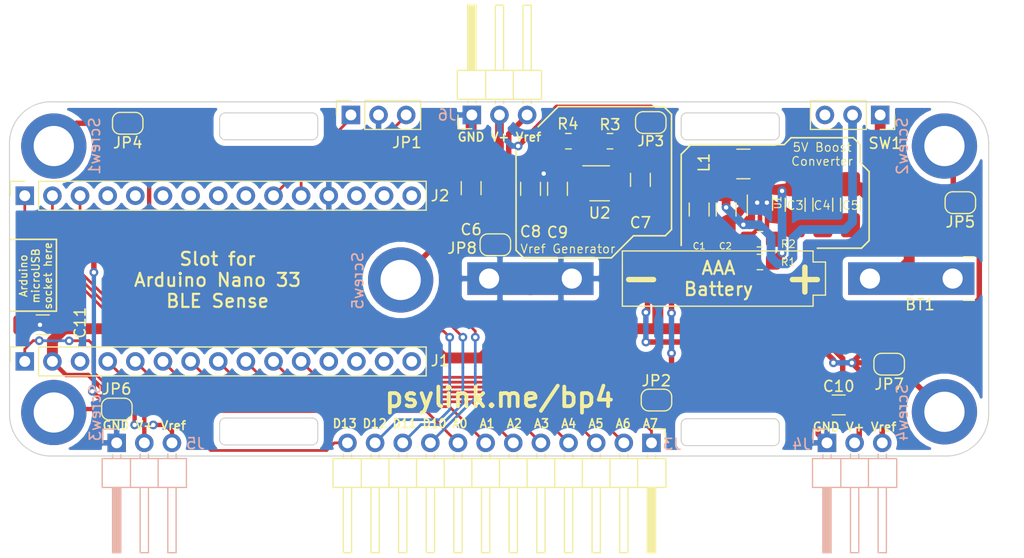
<source format=kicad_pcb>
(kicad_pcb (version 20171130) (host pcbnew 5.1.5+dfsg1-2build2)
  (layers (0 F.Cu signal) (31 B.Cu signal) (34 B.Paste user) (35 F.Paste user) (36 B.SilkS user) (37 F.SilkS user) (38 B.Mask user) (39 F.Mask user) (44 Edge.Cuts user))
  (net 0 "")
  (net 1 /GND)
  (net 2 "Net-(BT1-Pad1)")
  (net 3 /Vbat)
  (net 4 /V+)
  (net 5 /OpAmpV+)
  (net 6 /Vref)
  (net 7 /D13)
  (net 8 /AREF)
  (net 9 /A0)
  (net 10 /A1)
  (net 11 /A2)
  (net 12 /A3)
  (net 13 /A4)
  (net 14 /A5)
  (net 15 /A6)
  (net 16 /A7)
  (net 17 /+5V)
  (net 18 /RST2)
  (net 19 /GND2)
  (net 20 /VIN)
  (net 21 /TX)
  (net 22 /RX)
  (net 23 /RST)
  (net 24 /D2)
  (net 25 /D3)
  (net 26 /D4)
  (net 27 /D5)
  (net 28 /D6)
  (net 29 /D7)
  (net 30 /D8)
  (net 31 /D9)
  (net 32 /D11)
  (net 33 /D12)
  (net 34 /L)
  (net 35 /FB)
  (net 36 /Vdiv)
  (net 37 /D10)
  (net 38 "Net-(JP4-Pad2)")
  (net 39 "Net-(JP5-Pad2)")
  (net 40 "Net-(JP6-Pad2)")
  (net 41 "Net-(JP7-Pad2)")
  (net 42 "Net-(JP8-Pad2)")
  (module PsyLinkFootprints:BatteryHolder_Keystone_82_1xAAA (layer F.Cu) (at 112.069 41.656 180)
    (fp_text reference BT1 (at 3 -2.4 180) (layer F.SilkS))
    (fp_text value 1.2V)
    (pad 2 thru_hole rect (at 35 0 180) (size 6 3) (drill 1.85 (offset 1 0)) (layers *.Cu *.Mask) (net 1 /GND))
    (pad 1 thru_hole rect (at 7.6 0 180) (size 6 3) (drill 1.85 (offset -1 0)) (layers *.Cu *.Mask) (net 2 "Net-(BT1-Pad1)"))
    (pad 2 thru_hole rect (at 42.6 0 180) (size 6 3) (drill 1.85 (offset -1 0)) (layers *.Cu *.Mask) (net 1 /GND))
    (pad 1 thru_hole rect (at 0 0 180) (size 6 3) (drill 1.85 (offset 1 0)) (layers *.Cu *.Mask) (net 2 "Net-(BT1-Pad1)"))
  )
  (module Connector_PinSocket_2.54mm:PinSocket_1x15_P2.54mm_Vertical (layer F.Cu) (at 26.797 49.276 90)
    (fp_text reference J1 (at 0.0635 38.1635 180) (layer F.SilkS))
    (fp_text value "Left Pin Strip")
    (pad 1 thru_hole rect (at 0 0 90) (size 1.7 1.7) (drill 1) (layers *.Cu *.Mask) (net 7 /D13))
    (pad 2 thru_hole oval (at 0 2.54 90) (size 1.7 1.7) (drill 1) (layers *.Cu *.Mask) (net 4 /V+))
    (pad 3 thru_hole oval (at 0 5.08 90) (size 1.7 1.7) (drill 1) (layers *.Cu *.Mask) (net 8 /AREF))
    (pad 4 thru_hole oval (at 0 7.62 90) (size 1.7 1.7) (drill 1) (layers *.Cu *.Mask) (net 9 /A0))
    (pad 5 thru_hole oval (at 0 10.16 90) (size 1.7 1.7) (drill 1) (layers *.Cu *.Mask) (net 10 /A1))
    (pad 6 thru_hole oval (at 0 12.7 90) (size 1.7 1.7) (drill 1) (layers *.Cu *.Mask) (net 11 /A2))
    (pad 7 thru_hole oval (at 0 15.24 90) (size 1.7 1.7) (drill 1) (layers *.Cu *.Mask) (net 12 /A3))
    (pad 8 thru_hole oval (at 0 17.78 90) (size 1.7 1.7) (drill 1) (layers *.Cu *.Mask) (net 13 /A4))
    (pad 9 thru_hole oval (at 0 20.32 90) (size 1.7 1.7) (drill 1) (layers *.Cu *.Mask) (net 14 /A5))
    (pad 10 thru_hole oval (at 0 22.86 90) (size 1.7 1.7) (drill 1) (layers *.Cu *.Mask) (net 15 /A6))
    (pad 11 thru_hole oval (at 0 25.4 90) (size 1.7 1.7) (drill 1) (layers *.Cu *.Mask) (net 16 /A7))
    (pad 12 thru_hole oval (at 0 27.94 90) (size 1.7 1.7) (drill 1) (layers *.Cu *.Mask) (net 17 /+5V))
    (pad 13 thru_hole oval (at 0 30.48 90) (size 1.7 1.7) (drill 1) (layers *.Cu *.Mask) (net 18 /RST2))
    (pad 14 thru_hole oval (at 0 33.02 90) (size 1.7 1.7) (drill 1) (layers *.Cu *.Mask) (net 19 /GND2))
    (pad 15 thru_hole oval (at 0 35.56 90) (size 1.7 1.7) (drill 1) (layers *.Cu *.Mask) (net 20 /VIN))
  )
  (module Connector_PinSocket_2.54mm:PinSocket_1x15_P2.54mm_Vertical (layer F.Cu) (at 26.797 34.036 90)
    (fp_text reference J2 (at 0 38.1635 180) (layer F.SilkS))
    (fp_text value "Right Pin Strip")
    (pad 15 thru_hole oval (at 0 35.56 90) (size 1.7 1.7) (drill 1) (layers *.Cu *.Mask) (net 21 /TX))
    (pad 14 thru_hole oval (at 0 33.02 90) (size 1.7 1.7) (drill 1) (layers *.Cu *.Mask) (net 22 /RX))
    (pad 13 thru_hole oval (at 0 30.48 90) (size 1.7 1.7) (drill 1) (layers *.Cu *.Mask) (net 23 /RST))
    (pad 12 thru_hole oval (at 0 27.94 90) (size 1.7 1.7) (drill 1) (layers *.Cu *.Mask) (net 1 /GND))
    (pad 11 thru_hole oval (at 0 25.4 90) (size 1.7 1.7) (drill 1) (layers *.Cu *.Mask) (net 24 /D2))
    (pad 10 thru_hole oval (at 0 22.86 90) (size 1.7 1.7) (drill 1) (layers *.Cu *.Mask) (net 25 /D3))
    (pad 9 thru_hole oval (at 0 20.32 90) (size 1.7 1.7) (drill 1) (layers *.Cu *.Mask) (net 26 /D4))
    (pad 8 thru_hole oval (at 0 17.78 90) (size 1.7 1.7) (drill 1) (layers *.Cu *.Mask) (net 27 /D5))
    (pad 7 thru_hole oval (at 0 15.24 90) (size 1.7 1.7) (drill 1) (layers *.Cu *.Mask) (net 28 /D6))
    (pad 6 thru_hole oval (at 0 12.7 90) (size 1.7 1.7) (drill 1) (layers *.Cu *.Mask) (net 29 /D7))
    (pad 5 thru_hole oval (at 0 10.16 90) (size 1.7 1.7) (drill 1) (layers *.Cu *.Mask) (net 30 /D8))
    (pad 4 thru_hole oval (at 0 7.62 90) (size 1.7 1.7) (drill 1) (layers *.Cu *.Mask) (net 31 /D9))
    (pad 3 thru_hole oval (at 0 5.08 90) (size 1.7 1.7) (drill 1) (layers *.Cu *.Mask) (net 37 /D10))
    (pad 2 thru_hole oval (at 0 2.54 90) (size 1.7 1.7) (drill 1) (layers *.Cu *.Mask) (net 32 /D11))
    (pad 1 thru_hole rect (at 0 0 90) (size 1.7 1.7) (drill 1) (layers *.Cu *.Mask) (net 33 /D12))
  )
  (module Connector_PinSocket_2.54mm:PinSocket_1x03_P2.54mm_Vertical (layer F.Cu) (at 56.769 26.6065 90)
    (fp_text reference JP1 (at -2.54 5.1435 180) (layer F.SilkS))
    (fp_text value "Configuration Jumper")
    (pad 3 thru_hole oval (at 0 5.08 90) (size 1.7 1.7) (drill 1) (layers *.Cu *.Mask) (net 24 /D2))
    (pad 2 thru_hole oval (at 0 2.54 90) (size 1.7 1.7) (drill 1) (layers *.Cu *.Mask) (net 1 /GND))
    (pad 1 thru_hole rect (at 0 0 90) (size 1.7 1.7) (drill 1) (layers *.Cu *.Mask) (net 25 /D3))
  )
  (module Jumper:SolderJumper-2_P1.3mm_Open_RoundedPad1.0x1.5mm (layer F.Cu) (at 84.851 52.832 180)
    (fp_text reference JP2 (at 0.015 1.778) (layer F.SilkS))
    (fp_text value "Solder Jumper")
    (pad 1 smd custom (at -0.65 0 180) (size 1 0.5) (layers F.Cu F.Mask) (net 3 /Vbat) (options (clearance outline) (anchor rect)) (primitives (gr_circle (center 0 0.25) (end 0.5 0.25) (width 0)) (gr_circle (center 0 -0.25) (end 0.5 -0.25) (width 0)) (gr_poly (pts (xy 0 -0.75) (xy 0.5 -0.75) (xy 0.5 0.75) (xy 0 0.75)) (width 0))))
    (pad 2 smd custom (at 0.65 0 180) (size 1 0.5) (layers F.Cu F.Mask) (net 16 /A7) (options (clearance outline) (anchor rect)) (primitives (gr_circle (center 0 0.25) (end 0.5 0.25) (width 0)) (gr_circle (center 0 -0.25) (end 0.5 -0.25) (width 0)) (gr_poly (pts (xy 0 -0.75) (xy -0.5 -0.75) (xy -0.5 0.75) (xy 0 0.75)) (width 0))))
  )
  (module Jumper:SolderJumper-2_P1.3mm_Open_RoundedPad1.0x1.5mm (layer F.Cu) (at 84.328 27.305 180)
    (fp_text reference JP3 (at 0 -1.7145) (layer F.SilkS) (effects (font (size 0.9 0.9))))
    (fp_text value "Solder Jumper")
    (pad 2 smd custom (at 0.65 0 180) (size 1 0.5) (layers F.Cu F.Mask) (net 5 /OpAmpV+) (options (clearance outline) (anchor rect)) (primitives (gr_circle (center 0 0.25) (end 0.5 0.25) (width 0)) (gr_circle (center 0 -0.25) (end 0.5 -0.25) (width 0)) (gr_poly (pts (xy 0 -0.75) (xy -0.5 -0.75) (xy -0.5 0.75) (xy 0 0.75)) (width 0))))
    (pad 1 smd custom (at -0.65 0 180) (size 1 0.5) (layers F.Cu F.Mask) (net 4 /V+) (options (clearance outline) (anchor rect)) (primitives (gr_circle (center 0 0.25) (end 0.5 0.25) (width 0)) (gr_circle (center 0 -0.25) (end 0.5 -0.25) (width 0)) (gr_poly (pts (xy 0 -0.75) (xy 0.5 -0.75) (xy 0.5 0.75) (xy 0 0.75)) (width 0))))
  )
  (module Connector_PinSocket_2.54mm:PinSocket_1x03_P2.54mm_Vertical (layer F.Cu) (at 105.41 26.6065 270)
    (fp_text reference SW1 (at 2.6035 -0.4445 180) (layer F.SilkS))
    (fp_text value "Power Switch")
    (pad 1 thru_hole rect (at 0 0 270) (size 1.7 1.7) (drill 1) (layers *.Cu *.Mask) (net 2 "Net-(BT1-Pad1)"))
    (pad 2 thru_hole oval (at 0 2.54 270) (size 1.7 1.7) (drill 1) (layers *.Cu *.Mask) (net 3 /Vbat))
    (pad 3 thru_hole oval (at 0 5.08 270) (size 1.7 1.7) (drill 1) (layers *.Cu *.Mask))
  )
  (module Package_TO_SOT_SMD:Texas_R-PDSO-G6 (layer F.Cu) (at 94.361 34.671 90)
    (fp_text reference U1 (at 0 1.651 270) (layer F.SilkS) (effects (font (size 0.6 0.6) (thickness 0.1))))
    (fp_text value TPS61220DCK)
    (pad 6 smd rect (at 1.3 -0.65 90) (size 1.3 0.4) (layers F.Cu F.Paste F.Mask) (net 3 /Vbat))
    (pad 4 smd rect (at 1.3 0.65 90) (size 1.3 0.4) (layers F.Cu F.Paste F.Mask) (net 4 /V+))
    (pad 2 smd rect (at -1.3 0 90) (size 1.3 0.4) (layers F.Cu F.Paste F.Mask) (net 35 /FB))
    (pad 5 smd rect (at 1.3 0 90) (size 1.3 0.4) (layers F.Cu F.Paste F.Mask) (net 34 /L))
    (pad 3 smd rect (at -1.3 0.65 90) (size 1.3 0.4) (layers F.Cu F.Paste F.Mask) (net 1 /GND))
    (pad 1 smd rect (at -1.3 -0.65 90) (size 1.3 0.4) (layers F.Cu F.Paste F.Mask) (net 3 /Vbat))
  )
  (module Package_TO_SOT_SMD:SOT-23-5 (layer F.Cu) (at 79.629 32.893)
    (fp_text reference U2 (at 0 2.7305) (layer F.SilkS))
    (fp_text value LM321)
    (pad 1 smd rect (at -1.6 -0.95) (size 2.06 0.65) (layers F.Cu F.Paste F.Mask) (net 36 /Vdiv))
    (pad 2 smd rect (at -1.6 0) (size 2.06 0.65) (layers F.Cu F.Paste F.Mask) (net 1 /GND))
    (pad 3 smd rect (at -1.6 0.95) (size 2.06 0.65) (layers F.Cu F.Paste F.Mask) (net 6 /Vref))
    (pad 4 smd rect (at 1.6 0.95) (size 2.06 0.65) (layers F.Cu F.Paste F.Mask) (net 6 /Vref))
    (pad 5 smd rect (at 1.6 -0.95) (size 2.06 0.65) (layers F.Cu F.Paste F.Mask) (net 5 /OpAmpV+))
  )
  (module Connector_PinHeader_2.54mm:PinHeader_1x12_P2.54mm_Horizontal (layer F.Cu) (at 84.3915 56.769 270)
    (fp_text reference J3 (at 0.127 -1.905) (layer B.SilkS) (effects (justify mirror)))
    (fp_text value "I/O Pin Strip")
    (pad 1 thru_hole rect (at 0 0 270) (size 1.7 1.7) (drill 1) (layers *.Cu *.Mask) (net 16 /A7))
    (pad 2 thru_hole oval (at 0 2.54 270) (size 1.7 1.7) (drill 1) (layers *.Cu *.Mask) (net 15 /A6))
    (pad 3 thru_hole oval (at 0 5.08 270) (size 1.7 1.7) (drill 1) (layers *.Cu *.Mask) (net 14 /A5))
    (pad 4 thru_hole oval (at 0 7.62 270) (size 1.7 1.7) (drill 1) (layers *.Cu *.Mask) (net 13 /A4))
    (pad 5 thru_hole oval (at 0 10.16 270) (size 1.7 1.7) (drill 1) (layers *.Cu *.Mask) (net 12 /A3))
    (pad 6 thru_hole oval (at 0 12.7 270) (size 1.7 1.7) (drill 1) (layers *.Cu *.Mask) (net 11 /A2))
    (pad 7 thru_hole oval (at 0 15.24 270) (size 1.7 1.7) (drill 1) (layers *.Cu *.Mask) (net 10 /A1))
    (pad 8 thru_hole oval (at 0 17.78 270) (size 1.7 1.7) (drill 1) (layers *.Cu *.Mask) (net 9 /A0))
    (pad 9 thru_hole oval (at 0 20.32 270) (size 1.7 1.7) (drill 1) (layers *.Cu *.Mask) (net 37 /D10))
    (pad 10 thru_hole oval (at 0 22.86 270) (size 1.7 1.7) (drill 1) (layers *.Cu *.Mask) (net 32 /D11))
    (pad 11 thru_hole oval (at 0 25.4 270) (size 1.7 1.7) (drill 1) (layers *.Cu *.Mask) (net 33 /D12))
    (pad 12 thru_hole oval (at 0 27.94 270) (size 1.7 1.7) (drill 1) (layers *.Cu *.Mask) (net 7 /D13))
  )
  (module Connector_PinHeader_2.54mm:PinHeader_1x03_P2.54mm_Horizontal (layer B.Cu) (at 100.5205 56.769 270)
    (fp_text reference J4 (at 0.127 2.3495 180) (layer B.SilkS) (effects (justify mirror)))
    (fp_text value "Power Pins A")
    (pad 1 thru_hole rect (at 0 0 270) (size 1.7 1.7) (drill 1) (layers *.Cu *.Mask) (net 1 /GND))
    (pad 2 thru_hole oval (at 0 -2.54 270) (size 1.7 1.7) (drill 1) (layers *.Cu *.Mask) (net 4 /V+))
    (pad 3 thru_hole oval (at 0 -5.08 270) (size 1.7 1.7) (drill 1) (layers *.Cu *.Mask) (net 6 /Vref))
  )
  (module Connector_PinHeader_2.54mm:PinHeader_1x03_P2.54mm_Horizontal (layer B.Cu) (at 35.2425 56.769 270)
    (fp_text reference J5 (at 0.0635 -7.239 180) (layer B.SilkS) (effects (justify mirror)))
    (fp_text value "Power Pins B")
    (pad 3 thru_hole oval (at 0 -5.08 270) (size 1.7 1.7) (drill 1) (layers *.Cu *.Mask) (net 6 /Vref))
    (pad 2 thru_hole oval (at 0 -2.54 270) (size 1.7 1.7) (drill 1) (layers *.Cu *.Mask) (net 4 /V+))
    (pad 1 thru_hole rect (at 0 0 270) (size 1.7 1.7) (drill 1) (layers *.Cu *.Mask) (net 1 /GND))
  )
  (module Connector_PinHeader_2.54mm:PinHeader_1x03_P2.54mm_Horizontal (layer F.Cu) (at 67.8815 26.6065 90)
    (fp_text reference J6 (at 0 -2.286) (layer B.SilkS) (effects (justify mirror)))
    (fp_text value "Power Pins C")
    (pad 3 thru_hole oval (at 0 5.08 90) (size 1.7 1.7) (drill 1) (layers *.Cu *.Mask) (net 6 /Vref))
    (pad 2 thru_hole oval (at 0 2.54 90) (size 1.7 1.7) (drill 1) (layers *.Cu *.Mask) (net 4 /V+))
    (pad 1 thru_hole rect (at 0 0 90) (size 1.7 1.7) (drill 1) (layers *.Cu *.Mask) (net 1 /GND))
  )
  (module Capacitor_SMD:C_1206_3216Metric_Pad1.42x1.75mm_HandSolder (layer F.Cu) (at 88.773 35.306 90)
    (fp_text reference C1 (at -3.3655 0 180) (layer F.SilkS) (effects (font (size 0.6 0.6) (thickness 0.1))))
    (fp_text value 10uF)
    (pad 2 smd roundrect (at 1.8875 0 90) (size 2.225 1.75) (layers F.Cu F.Paste F.Mask) (roundrect_rratio 0.175) (net 3 /Vbat))
    (pad 1 smd roundrect (at -1.8875 0 90) (size 2.225 1.75) (layers F.Cu F.Paste F.Mask) (roundrect_rratio 0.175) (net 1 /GND))
  )
  (module Capacitor_SMD:C_1206_3216Metric_Pad1.42x1.75mm_HandSolder (layer F.Cu) (at 91.2495 35.306 90)
    (fp_text reference C2 (at -3.3655 -0.0635) (layer F.SilkS) (effects (font (size 0.6 0.6) (thickness 0.1))))
    (fp_text value 100uF)
    (pad 1 smd roundrect (at -1.8875 0 90) (size 2.225 1.75) (layers F.Cu F.Paste F.Mask) (roundrect_rratio 0.175) (net 1 /GND))
    (pad 2 smd roundrect (at 1.6875 0 90) (size 1.825 1.75) (layers F.Cu F.Paste F.Mask) (roundrect_rratio 0.175) (net 3 /Vbat))
  )
  (module Capacitor_SMD:C_1206_3216Metric_Pad1.42x1.75mm_HandSolder (layer F.Cu) (at 97.5995 34.8615 270)
    (fp_text reference C3 (at 0.0635 0 180) (layer F.SilkS) (effects (font (size 0.8 0.8) (thickness 0.1))))
    (fp_text value 100uF)
    (pad 2 smd roundrect (at 1.8875 0 270) (size 2.225 1.75) (layers F.Cu F.Paste F.Mask) (roundrect_rratio 0.175) (net 1 /GND))
    (pad 1 smd roundrect (at -1.8875 0 270) (size 2.225 1.75) (layers F.Cu F.Paste F.Mask) (roundrect_rratio 0.175) (net 4 /V+))
  )
  (module Capacitor_SMD:C_1206_3216Metric_Pad1.42x1.75mm_HandSolder (layer F.Cu) (at 100.1395 34.8615 270)
    (fp_text reference C4 (at 0.0635 0.0635 180) (layer F.SilkS) (effects (font (size 0.8 0.8) (thickness 0.1))))
    (fp_text value 10uF)
    (pad 1 smd roundrect (at -1.8875 0 270) (size 2.225 1.75) (layers F.Cu F.Paste F.Mask) (roundrect_rratio 0.175) (net 4 /V+))
    (pad 2 smd roundrect (at 1.8875 0 270) (size 2.225 1.75) (layers F.Cu F.Paste F.Mask) (roundrect_rratio 0.175) (net 1 /GND))
  )
  (module Capacitor_SMD:C_1206_3216Metric_Pad1.42x1.75mm_HandSolder (layer F.Cu) (at 102.6795 34.8615 270)
    (fp_text reference C5 (at 0.0635 0 180) (layer F.SilkS) (effects (font (size 0.8 0.8) (thickness 0.1))))
    (fp_text value 10uF)
    (pad 1 smd roundrect (at -1.8875 0 270) (size 2.225 1.75) (layers F.Cu F.Paste F.Mask) (roundrect_rratio 0.175) (net 4 /V+))
    (pad 2 smd roundrect (at 1.8875 0 270) (size 2.225 1.75) (layers F.Cu F.Paste F.Mask) (roundrect_rratio 0.175) (net 1 /GND))
  )
  (module Capacitor_SMD:C_1206_3216Metric_Pad1.42x1.75mm_HandSolder (layer F.Cu) (at 67.818 33.3375 90)
    (fp_text reference C6 (at -3.81 0 180) (layer F.SilkS))
    (fp_text value 10uF)
    (pad 1 smd roundrect (at -1.8875 0 90) (size 2.225 1.75) (layers F.Cu F.Paste F.Mask) (roundrect_rratio 0.175) (net 4 /V+))
    (pad 2 smd roundrect (at 1.8875 0 90) (size 2.225 1.75) (layers F.Cu F.Paste F.Mask) (roundrect_rratio 0.175) (net 1 /GND))
  )
  (module Capacitor_SMD:C_1206_3216Metric_Pad1.42x1.75mm_HandSolder (layer F.Cu) (at 83.3755 32.5755 270)
    (fp_text reference C7 (at 3.937 0 180) (layer F.SilkS))
    (fp_text value 100uF)
    (pad 1 smd roundrect (at -1.8875 0 270) (size 2.225 1.75) (layers F.Cu F.Paste F.Mask) (roundrect_rratio 0.175) (net 5 /OpAmpV+))
    (pad 2 smd roundrect (at 1.8875 0 270) (size 2.225 1.75) (layers F.Cu F.Paste F.Mask) (roundrect_rratio 0.175) (net 1 /GND))
  )
  (module Capacitor_SMD:C_1206_3216Metric_Pad1.42x1.75mm_HandSolder (layer F.Cu) (at 73.279 33.401 90)
    (fp_text reference C8 (at -3.937 0 180) (layer F.SilkS))
    (fp_text value 10uF)
    (pad 1 smd roundrect (at -1.8875 0 90) (size 2.225 1.75) (layers F.Cu F.Paste F.Mask) (roundrect_rratio 0.175) (net 6 /Vref))
    (pad 2 smd roundrect (at 1.8875 0 90) (size 2.225 1.75) (layers F.Cu F.Paste F.Mask) (roundrect_rratio 0.175) (net 1 /GND))
  )
  (module Capacitor_SMD:C_1206_3216Metric_Pad1.42x1.75mm_HandSolder (layer F.Cu) (at 75.7555 33.401 90)
    (fp_text reference C9 (at -4.0005 0 180) (layer F.SilkS))
    (fp_text value 10uF)
    (pad 2 smd roundrect (at 1.8875 0 90) (size 2.225 1.75) (layers F.Cu F.Paste F.Mask) (roundrect_rratio 0.175) (net 1 /GND))
    (pad 1 smd roundrect (at -1.8875 0 90) (size 2.225 1.75) (layers F.Cu F.Paste F.Mask) (roundrect_rratio 0.175) (net 6 /Vref))
  )
  (module Capacitor_SMD:C_1206_3216Metric_Pad1.42x1.75mm_HandSolder (layer F.Cu) (at 101.6 53.2765 180)
    (fp_text reference C10 (at 0 1.7145) (layer F.SilkS))
    (fp_text value 10uF)
    (pad 1 smd roundrect (at -1.8875 0 180) (size 2.225 1.75) (layers F.Cu F.Paste F.Mask) (roundrect_rratio 0.175) (net 4 /V+))
    (pad 2 smd roundrect (at 1.8875 0 180) (size 2.225 1.75) (layers F.Cu F.Paste F.Mask) (roundrect_rratio 0.175) (net 1 /GND))
  )
  (module Capacitor_SMD:C_1206_3216Metric_Pad1.42x1.75mm_HandSolder (layer F.Cu) (at 28.448 45.9105 180)
    (fp_text reference C11 (at -3.429 0.1905 90) (layer F.SilkS))
    (fp_text value 10uF)
    (pad 1 smd roundrect (at -1.6875 0 180) (size 1.825 1.75) (layers F.Cu F.Paste F.Mask) (roundrect_rratio 0.175) (net 4 /V+))
    (pad 2 smd roundrect (at 1.7875 0 180) (size 1.825 1.75) (layers F.Cu F.Paste F.Mask) (roundrect_rratio 0.175) (net 1 /GND))
  )
  (module Inductor_SMD:L_1210_3225Metric_Pad1.42x2.65mm_HandSolder (layer F.Cu) (at 92.837 31.115)
    (fp_text reference L1 (at -3.6195 -0.127 90) (layer F.SilkS))
    (fp_text value 10uH)
    (pad 1 smd roundrect (at -1.7875 0) (size 2.025 2.65) (layers F.Cu F.Paste F.Mask) (roundrect_rratio 0.175) (net 3 /Vbat))
    (pad 2 smd roundrect (at 1.7875 0) (size 2.025 2.65) (layers F.Cu F.Paste F.Mask) (roundrect_rratio 0.175) (net 34 /L))
  )
  (module Resistor_SMD:R_0805_2012Metric_Pad1.15x1.40mm_HandSolder (layer F.Cu) (at 94.361 40.132 180)
    (fp_text reference R1 (at -2.6035 0) (layer F.SilkS) (effects (font (size 0.7 0.7) (thickness 0.1))))
    (fp_text value 1M/1%)
    (pad 1 smd roundrect (at -1.225 0 180) (size 1.35 1.4) (layers F.Cu F.Paste F.Mask) (roundrect_rratio 0.217) (net 4 /V+))
    (pad 2 smd roundrect (at 1.125 0 180) (size 1.35 1.4) (layers F.Cu F.Paste F.Mask) (roundrect_rratio 0.217) (net 35 /FB))
  )
  (module Resistor_SMD:R_0805_2012Metric_Pad1.15x1.40mm_HandSolder (layer F.Cu) (at 94.361 38.0365)
    (fp_text reference R2 (at 2.6035 0.4445) (layer F.SilkS) (effects (font (size 0.7 0.7) (thickness 0.1))))
    (fp_text value 110K/1%)
    (pad 1 smd roundrect (at -1.125 0) (size 1.35 1.4) (layers F.Cu F.Paste F.Mask) (roundrect_rratio 0.217) (net 35 /FB))
    (pad 2 smd roundrect (at 1.225 0) (size 1.35 1.4) (layers F.Cu F.Paste F.Mask) (roundrect_rratio 0.217) (net 1 /GND))
  )
  (module Resistor_SMD:R_0805_2012Metric_Pad1.15x1.40mm_HandSolder (layer F.Cu) (at 80.5815 29.0195 180)
    (fp_text reference R3 (at 0 1.524) (layer F.SilkS))
    (fp_text value 110K/1%)
    (pad 1 smd roundrect (at -1.125 0 180) (size 1.35 1.4) (layers F.Cu F.Paste F.Mask) (roundrect_rratio 0.217) (net 5 /OpAmpV+))
    (pad 2 smd roundrect (at 1.125 0 180) (size 1.35 1.4) (layers F.Cu F.Paste F.Mask) (roundrect_rratio 0.217) (net 36 /Vdiv))
  )
  (module Resistor_SMD:R_0805_2012Metric_Pad1.15x1.40mm_HandSolder (layer F.Cu) (at 76.7565 29.0195 180)
    (fp_text reference R4 (at 0.0485 1.5875) (layer F.SilkS))
    (fp_text value 110K/1%)
    (pad 1 smd roundrect (at -1.125 0 180) (size 1.35 1.4) (layers F.Cu F.Paste F.Mask) (roundrect_rratio 0.217) (net 36 /Vdiv))
    (pad 2 smd roundrect (at 1.125 0 180) (size 1.35 1.4) (layers F.Cu F.Paste F.Mask) (roundrect_rratio 0.217) (net 1 /GND))
  )
  (module Jumper:SolderJumper-2_P1.3mm_Open_RoundedPad1.0x1.5mm (layer F.Cu) (at 36.2585 27.3685 180)
    (fp_text reference JP4 (at 0 -1.8) (layer F.SilkS))
    (fp_text value SolderJumper_2_Open)
    (pad 1 smd custom (at -0.65 0 180) (size 1 0.5) (layers F.Cu F.Mask) (net 6 /Vref) (options (clearance outline) (anchor rect)) (primitives (gr_circle (center 0 0.25) (end 0.5 0.25) (width 0)) (gr_circle (center 0 -0.25) (end 0.5 -0.25) (width 0)) (gr_poly (pts (xy 0 -0.75) (xy 0.5 -0.75) (xy 0.5 0.75) (xy 0 0.75)) (width 0))))
    (pad 2 smd custom (at 0.65 0 180) (size 1 0.5) (layers F.Cu F.Mask) (net 38 "Net-(JP4-Pad2)") (options (clearance outline) (anchor rect)) (primitives (gr_circle (center 0 0.25) (end 0.5 0.25) (width 0)) (gr_circle (center 0 -0.25) (end 0.5 -0.25) (width 0)) (gr_poly (pts (xy 0 -0.75) (xy -0.5 -0.75) (xy -0.5 0.75) (xy 0 0.75)) (width 0))))
  )
  (module Jumper:SolderJumper-2_P1.3mm_Open_RoundedPad1.0x1.5mm (layer F.Cu) (at 112.776 34.671 180)
    (fp_text reference JP5 (at 0 -1.778) (layer F.SilkS))
    (fp_text value SolderJumper_2_Open)
    (pad 1 smd custom (at -0.65 0 180) (size 1 0.5) (layers F.Cu F.Mask) (net 6 /Vref) (options (clearance outline) (anchor rect)) (primitives (gr_circle (center 0 0.25) (end 0.5 0.25) (width 0)) (gr_circle (center 0 -0.25) (end 0.5 -0.25) (width 0)) (gr_poly (pts (xy 0 -0.75) (xy 0.5 -0.75) (xy 0.5 0.75) (xy 0 0.75)) (width 0))))
    (pad 2 smd custom (at 0.65 0 180) (size 1 0.5) (layers F.Cu F.Mask) (net 39 "Net-(JP5-Pad2)") (options (clearance outline) (anchor rect)) (primitives (gr_circle (center 0 0.25) (end 0.5 0.25) (width 0)) (gr_circle (center 0 -0.25) (end 0.5 -0.25) (width 0)) (gr_poly (pts (xy 0 -0.75) (xy -0.5 -0.75) (xy -0.5 0.75) (xy 0 0.75)) (width 0))))
  )
  (module Jumper:SolderJumper-2_P1.3mm_Open_RoundedPad1.0x1.5mm (layer F.Cu) (at 35.2575 53.6575 180)
    (fp_text reference JP6 (at 0.015 1.8415) (layer F.SilkS))
    (fp_text value SolderJumper_2_Open)
    (pad 1 smd custom (at -0.65 0 180) (size 1 0.5) (layers F.Cu F.Mask) (net 6 /Vref) (options (clearance outline) (anchor rect)) (primitives (gr_circle (center 0 0.25) (end 0.5 0.25) (width 0)) (gr_circle (center 0 -0.25) (end 0.5 -0.25) (width 0)) (gr_poly (pts (xy 0 -0.75) (xy 0.5 -0.75) (xy 0.5 0.75) (xy 0 0.75)) (width 0))))
    (pad 2 smd custom (at 0.65 0 180) (size 1 0.5) (layers F.Cu F.Mask) (net 40 "Net-(JP6-Pad2)") (options (clearance outline) (anchor rect)) (primitives (gr_circle (center 0 0.25) (end 0.5 0.25) (width 0)) (gr_circle (center 0 -0.25) (end 0.5 -0.25) (width 0)) (gr_poly (pts (xy 0 -0.75) (xy -0.5 -0.75) (xy -0.5 0.75) (xy 0 0.75)) (width 0))))
  )
  (module Jumper:SolderJumper-2_P1.3mm_Open_RoundedPad1.0x1.5mm (layer F.Cu) (at 106.2355 49.53)
    (fp_text reference JP7 (at 0 1.8415) (layer F.SilkS))
    (fp_text value SolderJumper_2_Open)
    (pad 2 smd custom (at 0.65 0) (size 1 0.5) (layers F.Cu F.Mask) (net 41 "Net-(JP7-Pad2)") (options (clearance outline) (anchor rect)) (primitives (gr_circle (center 0 0.25) (end 0.5 0.25) (width 0)) (gr_circle (center 0 -0.25) (end 0.5 -0.25) (width 0)) (gr_poly (pts (xy 0 -0.75) (xy -0.5 -0.75) (xy -0.5 0.75) (xy 0 0.75)) (width 0))))
    (pad 1 smd custom (at -0.65 0) (size 1 0.5) (layers F.Cu F.Mask) (net 6 /Vref) (options (clearance outline) (anchor rect)) (primitives (gr_circle (center 0 0.25) (end 0.5 0.25) (width 0)) (gr_circle (center 0 -0.25) (end 0.5 -0.25) (width 0)) (gr_poly (pts (xy 0 -0.75) (xy 0.5 -0.75) (xy 0.5 0.75) (xy 0 0.75)) (width 0))))
  )
  (module Jumper:SolderJumper-2_P1.3mm_Open_RoundedPad1.0x1.5mm (layer F.Cu) (at 70.0405 38.5445 180)
    (fp_text reference JP8 (at 3.048 -0.3175) (layer F.SilkS))
    (fp_text value SolderJumper_2_Open)
    (pad 2 smd custom (at 0.65 0 180) (size 1 0.5) (layers F.Cu F.Mask) (net 42 "Net-(JP8-Pad2)") (options (clearance outline) (anchor rect)) (primitives (gr_circle (center 0 0.25) (end 0.5 0.25) (width 0)) (gr_circle (center 0 -0.25) (end 0.5 -0.25) (width 0)) (gr_poly (pts (xy 0 -0.75) (xy -0.5 -0.75) (xy -0.5 0.75) (xy 0 0.75)) (width 0))))
    (pad 1 smd custom (at -0.65 0 180) (size 1 0.5) (layers F.Cu F.Mask) (net 6 /Vref) (options (clearance outline) (anchor rect)) (primitives (gr_circle (center 0 0.25) (end 0.5 0.25) (width 0)) (gr_circle (center 0 -0.25) (end 0.5 -0.25) (width 0)) (gr_poly (pts (xy 0 -0.75) (xy 0.5 -0.75) (xy 0.5 0.75) (xy 0 0.75)) (width 0))))
  )
  (module MountingHole:MountingHole_3.7mm_Pad (layer F.Cu) (at 29.464 29.464)
    (fp_text reference Screw1 (at 3.7465 0 90) (layer B.SilkS) (effects (justify mirror)))
    (fp_text value "Top Left")
    (pad 1 thru_hole circle (at 0 0) (size 6 6) (drill 3.7) (layers *.Cu *.Mask) (net 38 "Net-(JP4-Pad2)"))
  )
  (module MountingHole:MountingHole_3.7mm_Pad (layer F.Cu) (at 111.3155 29.464)
    (fp_text reference Screw2 (at -3.8735 0 90) (layer B.SilkS) (effects (justify mirror)))
    (fp_text value "Top Right")
    (pad 1 thru_hole circle (at 0 0) (size 6 6) (drill 3.7) (layers *.Cu *.Mask) (net 39 "Net-(JP5-Pad2)"))
  )
  (module MountingHole:MountingHole_3.7mm_Pad (layer F.Cu) (at 29.464 53.975 180)
    (fp_text reference Screw3 (at -3.81 0 90) (layer B.SilkS) (effects (justify mirror)))
    (fp_text value "Bottom Left")
    (pad 1 thru_hole circle (at 0 0 180) (size 6 6) (drill 3.7) (layers *.Cu *.Mask) (net 40 "Net-(JP6-Pad2)"))
  )
  (module MountingHole:MountingHole_3.7mm_Pad (layer F.Cu) (at 111.3155 53.9115)
    (fp_text reference Screw4 (at -3.8735 0.0635 90) (layer B.SilkS) (effects (justify mirror)))
    (fp_text value "Bottom Right")
    (pad 1 thru_hole circle (at 0 0) (size 6 6) (drill 3.7) (layers *.Cu *.Mask) (net 41 "Net-(JP7-Pad2)"))
  )
  (module MountingHole:MountingHole_3.7mm_Pad (layer F.Cu) (at 61.341 41.783)
    (fp_text reference Screw5 (at -3.937 0.0635 90) (layer B.SilkS) (effects (justify mirror)))
    (fp_text value Center)
    (pad 1 thru_hole circle (at 0 0) (size 6 6) (drill 3.7) (layers *.Cu *.Mask) (net 42 "Net-(JP8-Pad2)"))
  )
  (gr_line (start 103.6955 38.862) (end 99.6315 38.862) (layer F.SilkS) (width 0.15))
  (gr_line (start 104.394 38.1635) (end 103.6955 38.862) (layer F.SilkS) (width 0.15))
  (gr_line (start 104.394 31.8135) (end 104.394 38.1635) (layer F.SilkS) (width 0.15))
  (gr_line (start 103.5685 30.988) (end 104.394 31.8135) (layer F.SilkS) (width 0.15))
  (gr_line (start 103.5685 29.337) (end 103.5685 30.988) (layer F.SilkS) (width 0.15))
  (gr_line (start 102.9335 28.702) (end 103.5685 29.337) (layer F.SilkS) (width 0.15))
  (gr_line (start 102.616 28.702) (end 102.9335 28.702) (layer F.SilkS) (width 0.15))
  (gr_line (start 97.2185 28.702) (end 102.616 28.702) (layer F.SilkS) (width 0.15))
  (gr_line (start 96.5835 29.337) (end 97.2185 28.702) (layer F.SilkS) (width 0.15))
  (gr_line (start 86.233 37.1475) (end 86.233 26.9875) (layer F.SilkS) (width 0.15))
  (gr_line (start 85.6615 37.719) (end 86.233 37.1475) (layer F.SilkS) (width 0.15))
  (gr_line (start 82.7405 37.719) (end 85.6615 37.719) (layer F.SilkS) (width 0.15))
  (gr_text "5V Boost\nConverter" (at 100.076 30.226) (layer F.SilkS) (effects (font (size 0.8 0.8) (thickness 0.1))))
  (gr_line (start 72.644 39.751) (end 80.7085 39.751) (layer F.SilkS) (width 0.15))
  (gr_line (start 71.9455 39.0525) (end 72.644 39.751) (layer F.SilkS) (width 0.15))
  (gr_text "Vref Generator" (at 76.708 38.9255) (layer F.SilkS) (effects (font (size 0.8 0.8) (thickness 0.1))))
  (gr_line (start 75.819 25.8445) (end 73.9775 27.686) (layer F.SilkS) (width 0.15))
  (gr_line (start 85.5345 25.8445) (end 75.819 25.8445) (layer F.SilkS) (width 0.15))
  (gr_line (start 86.233 26.543) (end 85.5345 25.8445) (layer F.SilkS) (width 0.15))
  (gr_line (start 86.233 26.9875) (end 86.233 26.543) (layer F.SilkS) (width 0.15))
  (gr_line (start 80.7085 39.751) (end 82.7405 37.719) (layer F.SilkS) (width 0.15))
  (gr_line (start 71.9455 37.2745) (end 71.9455 39.0525) (layer F.SilkS) (width 0.15))
  (gr_line (start 71.9455 29.845) (end 71.9455 37.2745) (layer F.SilkS) (width 0.15))
  (gr_line (start 88.011 29.337) (end 96.5835 29.337) (layer F.SilkS) (width 0.15))
  (gr_line (start 87.122 30.226) (end 88.011 29.337) (layer F.SilkS) (width 0.15))
  (gr_line (start 87.122 38.608) (end 87.122 30.226) (layer F.SilkS) (width 0.15))
  (gr_text "D13 D12 D11 D10 A0  A1  A2  A3  A4  A5  A6  A7" (at 70.0405 54.991) (layer F.SilkS) (effects (font (size 0.8 0.75))))
  (gr_text "GND V+ Vref" (at 70.4215 28.6385) (layer F.SilkS) (effects (font (size 0.8 0.8))))
  (gr_text "GND V+ Vref" (at 103.0605 55.3085) (layer F.SilkS) (effects (font (size 0.8 0.8))))
  (gr_text "GND V+ Vref" (at 37.7825 55.1815) (layer F.SilkS) (effects (font (size 0.8 0.8))))
  (gr_text + (at 98.4885 41.529) (layer F.SilkS) (effects (font (size 3 3) (thickness 0.5))))
  (gr_text - (at 83.439 41.529) (layer F.SilkS) (effects (font (size 3 3) (thickness 0.5))))
  (gr_text "AAA\nBattery" (at 90.551 41.656) (layer F.SilkS) (effects (font (size 1.2 1.2) (thickness 0.2))))
  (gr_text "Slot for\nArduino Nano 33\nBLE Sense" (at 44.5135 41.783) (layer F.SilkS) (effects (font (size 1.2 1.2) (thickness 0.2))))
  (gr_line (start 25.5143 38.0492) (end 29.7053 38.0492) (layer F.SilkS) (width 0.15))
  (gr_line (start 29.7053 38.0492) (end 29.7053 44.6532) (layer F.SilkS) (width 0.15))
  (gr_line (start 29.7053 44.6532) (end 25.5143 44.6532) (layer F.SilkS) (width 0.15))
  (gr_text "Arduino\nmicroUSB\nsocket here" (at 27.8003 41.402 90) (layer F.SilkS) (effects (font (size 0.7 0.7) (thickness 0.12))))
  (gr_text psylink.me/bp4 (at 70.4215 52.578) (layer F.SilkS) (effects (font (size 1.8 1.8) (thickness 0.35))))
  (gr_arc (start 53.213 28.3845) (end 53.213 28.8925) (angle -90) (layer Edge.Cuts) (width 0.1))
  (gr_line (start 53.213 56.9595) (end 45.212 56.9595) (layer Edge.Cuts) (width 0.1))
  (gr_line (start 53.213 28.8925) (end 45.212 28.8925) (layer Edge.Cuts) (width 0.1))
  (gr_arc (start 53.213 56.4515) (end 53.213 56.9595) (angle -90) (layer Edge.Cuts) (width 0.1))
  (gr_arc (start 53.213 26.924) (end 53.721 26.924) (angle -90) (layer Edge.Cuts) (width 0.1))
  (gr_line (start 53.721 56.4515) (end 53.721 54.991) (layer Edge.Cuts) (width 0.1))
  (gr_arc (start 45.212 54.991) (end 45.212 54.483) (angle -90) (layer Edge.Cuts) (width 0.1))
  (gr_arc (start 53.213 54.991) (end 53.721 54.991) (angle -90) (layer Edge.Cuts) (width 0.1))
  (gr_line (start 53.721 28.3845) (end 53.721 26.924) (layer Edge.Cuts) (width 0.1))
  (gr_line (start 53.213 54.483) (end 45.212 54.483) (layer Edge.Cuts) (width 0.1))
  (gr_arc (start 45.212 28.3845) (end 44.704 28.3845) (angle -90) (layer Edge.Cuts) (width 0.1))
  (gr_line (start 44.704 26.924) (end 44.704 28.3845) (layer Edge.Cuts) (width 0.1))
  (gr_arc (start 45.212 26.924) (end 45.212 26.416) (angle -90) (layer Edge.Cuts) (width 0.1))
  (gr_line (start 53.213 26.416) (end 45.212 26.416) (layer Edge.Cuts) (width 0.1))
  (gr_arc (start 45.212 56.4515) (end 44.704 56.4515) (angle -90) (layer Edge.Cuts) (width 0.1))
  (gr_line (start 44.704 54.991) (end 44.704 56.4515) (layer Edge.Cuts) (width 0.1))
  (gr_line (start 95.631 28.8925) (end 87.63 28.8925) (layer Edge.Cuts) (width 0.1))
  (gr_arc (start 95.631 28.3845) (end 95.631 28.8925) (angle -90) (layer Edge.Cuts) (width 0.1))
  (gr_line (start 96.139 28.3845) (end 96.139 26.924) (layer Edge.Cuts) (width 0.1))
  (gr_arc (start 87.63 26.924) (end 87.63 26.416) (angle -90) (layer Edge.Cuts) (width 0.1))
  (gr_arc (start 95.631 26.924) (end 96.139 26.924) (angle -90) (layer Edge.Cuts) (width 0.1))
  (gr_line (start 95.631 26.416) (end 87.63 26.416) (layer Edge.Cuts) (width 0.1))
  (gr_arc (start 87.63 28.3845) (end 87.122 28.3845) (angle -90) (layer Edge.Cuts) (width 0.1))
  (gr_line (start 87.122 26.924) (end 87.122 28.3845) (layer Edge.Cuts) (width 0.1))
  (gr_arc (start 95.631 56.515) (end 95.631 57.023) (angle -90) (layer Edge.Cuts) (width 0.1))
  (gr_arc (start 95.631 55.0545) (end 96.139 55.0545) (angle -90) (layer Edge.Cuts) (width 0.1))
  (gr_line (start 96.139 56.515) (end 96.139 55.0545) (layer Edge.Cuts) (width 0.1))
  (gr_arc (start 87.63 56.515) (end 87.122 56.515) (angle -90) (layer Edge.Cuts) (width 0.1))
  (gr_line (start 95.631 57.023) (end 87.63 57.023) (layer Edge.Cuts) (width 0.1))
  (gr_line (start 87.122 55.0545) (end 87.122 56.515) (layer Edge.Cuts) (width 0.1))
  (gr_arc (start 87.63 55.0545) (end 87.63 54.5465) (angle -90) (layer Edge.Cuts) (width 0.1))
  (gr_line (start 95.631 54.5465) (end 87.63 54.5465) (layer Edge.Cuts) (width 0.1))
  (gr_arc (start 29.21 54.1655) (end 25.4 54.2925) (angle -88.09084757) (layer Edge.Cuts) (width 0.1))
  (gr_arc (start 111.506 54.102) (end 111.506 57.9755) (angle -90) (layer Edge.Cuts) (width 0.1))
  (gr_arc (start 29.21 29.21) (end 29.464 25.4) (angle -93.81407483) (layer Edge.Cuts) (width 0.1))
  (gr_arc (start 111.5695 29.21) (end 115.3795 29.21) (angle -90) (layer Edge.Cuts) (width 0.1))
  (gr_line (start 29.21 57.977616) (end 111.506 57.9755) (layer Edge.Cuts) (width 0.1))
  (gr_line (start 25.391543 29.21) (end 25.4 54.2925) (layer Edge.Cuts) (width 0.1))
  (gr_line (start 111.5695 25.4) (end 29.464 25.4) (layer Edge.Cuts) (width 0.1))
  (gr_line (start 115.3795 29.21) (end 115.3795 54.102) (layer Edge.Cuts) (width 0.1))
  (segment (start 76.9015 32.893) (end 78.656 32.893) (width 0.5) (layer F.Cu) (net 1))
  (segment (start 76.0095 32.001) (end 76.9015 32.893) (width 0.5) (layer F.Cu) (net 1))
  (segment (start 83.3755 33.3505) (end 83.3755 33.9755) (width 0.5) (layer F.Cu) (net 1))
  (segment (start 82.918 32.893) (end 83.3755 33.3505) (width 0.5) (layer F.Cu) (net 1))
  (segment (start 78.656 32.893) (end 82.918 32.893) (width 0.5) (layer F.Cu) (net 1))
  (segment (start 75.819 31.8105) (end 76.0095 32.001) (width 1) (layer F.Cu) (net 1))
  (segment (start 75.819 29.6545) (end 75.819 31.8105) (width 1) (layer F.Cu) (net 1))
  (segment (start 75.819 32.001) (end 74.4885 32.001) (width 1) (layer F.Cu) (net 1))
  (segment (start 67.818 26.7335) (end 67.8815 26.67) (width 1) (layer F.Cu) (net 1))
  (segment (start 67.818 32.001) (end 67.818 26.7335) (width 1) (layer F.Cu) (net 1))
  (segment (start 88.773 36.706) (end 90.04 36.706) (width 0.5) (layer F.Cu) (net 1))
  (segment (start 102.5495 36.2645) (end 102.5525 36.2615) (width 0.5) (layer F.Cu) (net 1))
  (segment (start 97.666 36.322) (end 102.616 36.322) (width 1) (layer F.Cu) (net 1))
  (via (at 94.996 34.671) (size 0.8) (drill 0.4) (layers F.Cu B.Cu) (net 1))
  (via (at 94.107 34.671) (size 0.8) (drill 0.4) (layers F.Cu B.Cu) (net 1))
  (segment (start 90.04 36.706) (end 91.2495 36.706) (width 0.5) (layer F.Cu) (net 1))
  (via (at 74.4885 32.001) (size 0.8) (drill 0.4) (layers F.Cu B.Cu) (net 1))
  (segment (start 35.306 56.769) (end 35.3695 56.8325) (width 0.5) (layer B.Cu) (net 1))
  (via (at 28.194 45.9105) (size 0.8) (drill 0.4) (layers F.Cu B.Cu) (net 1))
  (segment (start 26.6605 45.9105) (end 28.194 45.9105) (width 0.4) (layer F.Cu) (net 1))
  (segment (start 95.011 37.4615) (end 95.586 38.0365) (width 0.4) (layer F.Cu) (net 1))
  (segment (start 95.011 35.971) (end 95.011 37.4615) (width 0.4) (layer F.Cu) (net 1))
  (segment (start 99.7125 55.961) (end 100.5205 56.769) (width 0.5) (layer F.Cu) (net 1))
  (segment (start 99.7125 53.7845) (end 99.7125 55.961) (width 0.5) (layer F.Cu) (net 1))
  (segment (start 74.4885 32.001) (end 73.2155 32.001) (width 1) (layer F.Cu) (net 1))
  (segment (start 104.469 41.656) (end 112.069 41.656) (width 0.4) (layer F.Cu) (net 2))
  (segment (start 105.41 28.52) (end 106.553 29.663) (width 1) (layer F.Cu) (net 2))
  (segment (start 105.41 26.67) (end 105.41 28.52) (width 1) (layer F.Cu) (net 2))
  (segment (start 106.553 29.663) (end 106.553 32.893) (width 1) (layer F.Cu) (net 2))
  (segment (start 106.553 32.893) (end 108.077 34.417) (width 1) (layer F.Cu) (net 2))
  (segment (start 108.077 34.417) (end 108.077 40.0685) (width 1) (layer F.Cu) (net 2))
  (segment (start 106.4895 41.656) (end 104.469 41.656) (width 1) (layer F.Cu) (net 2))
  (segment (start 108.077 40.0685) (end 106.4895 41.656) (width 1) (layer F.Cu) (net 2))
  (segment (start 91.5845 33.571) (end 91.2495 33.906) (width 0.25) (layer F.Cu) (net 3))
  (segment (start 93.711 33.571) (end 91.5845 33.571) (width 0.25) (layer F.Cu) (net 3))
  (segment (start 91.3495 33.806) (end 91.2495 33.906) (width 1) (layer F.Cu) (net 3))
  (segment (start 91.0495 33.4185) (end 91.2495 33.6185) (width 0.5) (layer F.Cu) (net 3))
  (segment (start 91.2495 31.315) (end 91.0495 31.115) (width 0.8) (layer F.Cu) (net 3))
  (segment (start 91.2495 33.6185) (end 91.2495 31.315) (width 0.8) (layer F.Cu) (net 3))
  (segment (start 88.973 33.6185) (end 88.773 33.4185) (width 0.5) (layer F.Cu) (net 3))
  (segment (start 91.2495 33.6185) (end 88.973 33.6185) (width 0.5) (layer F.Cu) (net 3))
  (segment (start 88.773 33.4185) (end 88.565 33.4185) (width 0.5) (layer F.Cu) (net 3))
  (segment (start 88.565 33.4185) (end 86.233 35.7505) (width 0.5) (layer F.Cu) (net 3))
  (segment (start 86.233 35.7505) (end 86.233 44.831) (width 0.5) (layer F.Cu) (net 3))
  (via (at 86.233 44.831) (size 0.8) (drill 0.4) (layers F.Cu B.Cu) (net 3))
  (segment (start 86.233 44.831) (end 86.1695 44.8945) (width 0.5) (layer B.Cu) (net 3))
  (via (at 86.233 48.514) (size 0.8) (drill 0.4) (layers F.Cu B.Cu) (net 3))
  (segment (start 86.233 52.1) (end 85.501 52.832) (width 0.5) (layer F.Cu) (net 3))
  (segment (start 86.233 44.831) (end 86.233 48.514) (width 0.5) (layer B.Cu) (net 3))
  (segment (start 86.233 48.514) (end 86.1695 48.5775) (width 0.5) (layer F.Cu) (net 3))
  (segment (start 86.233 48.641) (end 86.233 52.1) (width 0.5) (layer F.Cu) (net 3))
  (segment (start 86.1695 48.5775) (end 86.233 48.641) (width 0.5) (layer F.Cu) (net 3))
  (via (at 91.2495 35.1155) (size 0.8) (drill 0.4) (layers F.Cu B.Cu) (net 3))
  (via (at 92.837 36.703) (size 0.8) (drill 0.4) (layers F.Cu B.Cu) (net 3))
  (segment (start 92.837 36.703) (end 92.837 36.645) (width 0.5) (layer F.Cu) (net 3))
  (segment (start 92.837 36.703) (end 91.2495 35.1155) (width 0.8) (layer B.Cu) (net 3))
  (segment (start 93.402685 36.703) (end 92.837 36.703) (width 0.8) (layer B.Cu) (net 3))
  (segment (start 95.377 37.7825) (end 94.2975 36.703) (width 0.8) (layer B.Cu) (net 3))
  (segment (start 95.377 39.704727) (end 95.377 37.7825) (width 0.8) (layer B.Cu) (net 3))
  (segment (start 95.978783 40.30651) (end 95.377 39.704727) (width 0.8) (layer B.Cu) (net 3))
  (segment (start 97.39301 39.720717) (end 96.807217 40.30651) (width 0.8) (layer B.Cu) (net 3))
  (segment (start 98.171 37.1475) (end 97.39301 37.92549) (width 0.8) (layer B.Cu) (net 3))
  (segment (start 97.39301 37.92549) (end 97.39301 39.720717) (width 0.8) (layer B.Cu) (net 3))
  (segment (start 102.1715 37.1475) (end 98.171 37.1475) (width 0.8) (layer B.Cu) (net 3))
  (segment (start 94.2975 36.703) (end 93.402685 36.703) (width 0.8) (layer B.Cu) (net 3))
  (segment (start 102.87 36.449) (end 102.1715 37.1475) (width 0.8) (layer B.Cu) (net 3))
  (segment (start 96.807217 40.30651) (end 95.978783 40.30651) (width 0.8) (layer B.Cu) (net 3))
  (segment (start 102.87 26.67) (end 102.87 36.449) (width 0.8) (layer B.Cu) (net 3))
  (segment (start 91.2495 35.1155) (end 91.2495 33.6185) (width 0.8) (layer F.Cu) (net 3))
  (segment (start 29.337 49.276) (end 29.21 49.276) (width 1) (layer F.Cu) (net 4))
  (segment (start 97.6025 33.4615) (end 97.5995 33.4645) (width 0.5) (layer F.Cu) (net 4))
  (segment (start 67.818 35.225) (end 69.677 35.225) (width 0.8) (layer F.Cu) (net 4))
  (segment (start 70.4215 34.4805) (end 70.4215 26.67) (width 0.8) (layer F.Cu) (net 4))
  (segment (start 100.584 39.0525) (end 104.013 39.0525) (width 1) (layer F.Cu) (net 4))
  (segment (start 104.013 39.0525) (end 105.029 38.0365) (width 1) (layer F.Cu) (net 4))
  (segment (start 103.512 33.274) (end 102.637 33.274) (width 1) (layer F.Cu) (net 4))
  (segment (start 105.029 34.798) (end 103.5545 33.3235) (width 1) (layer F.Cu) (net 4))
  (segment (start 102.6795 33.4645) (end 97.5995 33.4645) (width 1) (layer F.Cu) (net 4))
  (segment (start 99.229999 46.270999) (end 100.584 44.916998) (width 1) (layer F.Cu) (net 4))
  (segment (start 29.337 47.371) (end 30.437001 46.270999) (width 1) (layer F.Cu) (net 4))
  (segment (start 100.584 44.916998) (end 100.584 39.0525) (width 1) (layer F.Cu) (net 4))
  (segment (start 29.337 49.276) (end 29.337 47.371) (width 1) (layer F.Cu) (net 4))
  (segment (start 30.437001 46.270999) (end 34.142499 46.270999) (width 1) (layer F.Cu) (net 4))
  (segment (start 34.142499 46.270999) (end 35.179 47.3075) (width 1) (layer F.Cu) (net 4))
  (segment (start 63.627 47.3075) (end 65.278 48.9585) (width 1) (layer F.Cu) (net 4))
  (segment (start 35.179 47.3075) (end 63.627 47.3075) (width 1) (layer F.Cu) (net 4))
  (segment (start 69.677 35.225) (end 70.4215 34.4805) (width 0.8) (layer F.Cu) (net 4))
  (segment (start 100.665 44.997998) (end 100.584 44.916998) (width 0.5) (layer F.Cu) (net 4))
  (segment (start 99.229999 46.270999) (end 101.9635 49.0045) (width 0.5) (layer F.Cu) (net 4))
  (segment (start 105.029 34.798) (end 105.029 38.0365) (width 1) (layer F.Cu) (net 4))
  (segment (start 65.278 48.9585) (end 68.7705 48.9585) (width 1) (layer F.Cu) (net 4))
  (segment (start 71.458001 46.270999) (end 99.229999 46.270999) (width 1) (layer F.Cu) (net 4))
  (segment (start 68.7705 48.9585) (end 71.458001 46.270999) (width 1) (layer F.Cu) (net 4))
  (segment (start 84.978 27.305) (end 84.978 46.270999) (width 1) (layer F.Cu) (net 4))
  (segment (start 95.586 40.132) (end 95.586 40.1135) (width 0.4) (layer F.Cu) (net 4))
  (via (at 96.393 39.3065) (size 0.8) (drill 0.4) (layers F.Cu B.Cu) (net 4))
  (via (at 96.393 33.5915) (size 0.8) (drill 0.4) (layers F.Cu B.Cu) (net 4))
  (segment (start 96.393 39.3065) (end 96.393 33.5915) (width 0.8) (layer B.Cu) (net 4))
  (segment (start 96.393 39.325) (end 95.586 40.132) (width 0.8) (layer F.Cu) (net 4))
  (segment (start 96.393 39.3065) (end 96.393 39.325) (width 0.8) (layer F.Cu) (net 4))
  (segment (start 101.9635 49.0045) (end 101.9635 51.1) (width 0.5) (layer F.Cu) (net 4))
  (segment (start 103.4875 52.624) (end 103.4875 53.7845) (width 0.5) (layer F.Cu) (net 4))
  (segment (start 101.9635 51.1) (end 103.4875 52.624) (width 0.5) (layer F.Cu) (net 4))
  (segment (start 103.4875 56.342) (end 103.0605 56.769) (width 0.5) (layer F.Cu) (net 4))
  (segment (start 103.4875 53.7845) (end 103.4875 56.342) (width 0.5) (layer F.Cu) (net 4))
  (segment (start 30.587001 50.526001) (end 29.337 49.276) (width 0.4) (layer F.Cu) (net 4))
  (segment (start 32.638525 50.526001) (end 30.587001 50.526001) (width 0.4) (layer F.Cu) (net 4))
  (segment (start 34.014543 51.902019) (end 32.638525 50.526001) (width 0.4) (layer F.Cu) (net 4))
  (segment (start 35.96352 51.90202) (end 34.014543 51.902019) (width 0.4) (layer F.Cu) (net 4))
  (segment (start 37.7825 53.721) (end 35.96352 51.90202) (width 0.4) (layer F.Cu) (net 4))
  (segment (start 37.7825 56.7055) (end 37.7825 53.721) (width 0.4) (layer F.Cu) (net 4))
  (segment (start 84.978 26.557408) (end 84.328592 25.908) (width 0.5) (layer F.Cu) (net 4))
  (segment (start 84.328592 25.908) (end 75.692 25.908) (width 0.5) (layer F.Cu) (net 4))
  (segment (start 84.978 27.305) (end 84.978 26.557408) (width 0.5) (layer F.Cu) (net 4))
  (segment (start 75.692 25.908) (end 72.136 29.464) (width 0.5) (layer F.Cu) (net 4))
  (via (at 72.136 29.464) (size 0.8) (drill 0.4) (layers F.Cu B.Cu) (net 4))
  (segment (start 71.570315 29.464) (end 70.4215 28.315185) (width 0.5) (layer B.Cu) (net 4))
  (segment (start 72.136 29.464) (end 71.570315 29.464) (width 0.5) (layer B.Cu) (net 4))
  (segment (start 70.4215 28.315185) (end 70.4215 26.67) (width 0.5) (layer B.Cu) (net 4))
  (segment (start 82.608 31.943) (end 83.3755 31.1755) (width 0.5) (layer F.Cu) (net 5))
  (segment (start 80.856 31.943) (end 82.608 31.943) (width 0.5) (layer F.Cu) (net 5))
  (segment (start 83.678 30.873) (end 83.3755 31.1755) (width 1) (layer F.Cu) (net 5))
  (segment (start 81.707 29.0195) (end 83.3755 30.688) (width 1) (layer F.Cu) (net 5))
  (segment (start 81.7065 29.0195) (end 81.707 29.0195) (width 1) (layer F.Cu) (net 5))
  (segment (start 83.678 30.3855) (end 83.3755 30.688) (width 1) (layer F.Cu) (net 5))
  (segment (start 83.678 27.305) (end 83.678 30.3855) (width 1) (layer F.Cu) (net 5))
  (segment (start 73.2155 34.801) (end 75.819 34.801) (width 1) (layer F.Cu) (net 6))
  (segment (start 76.9675 33.843) (end 76.0095 34.801) (width 0.5) (layer F.Cu) (net 6))
  (segment (start 78.656 33.843) (end 76.9675 33.843) (width 0.5) (layer F.Cu) (net 6))
  (segment (start 78.656 33.843) (end 80.856 33.843) (width 0.5) (layer F.Cu) (net 6))
  (segment (start 73.279 35.2885) (end 72.055 35.2885) (width 0.5) (layer F.Cu) (net 6))
  (segment (start 72.055 35.2885) (end 71.72325 34.95675) (width 0.5) (layer F.Cu) (net 6))
  (segment (start 71.27151 28.35999) (end 72.9615 26.67) (width 0.5) (layer F.Cu) (net 6))
  (segment (start 71.27151 34.50501) (end 71.27151 28.35999) (width 0.5) (layer F.Cu) (net 6))
  (segment (start 71.72325 34.95675) (end 71.27151 34.50501) (width 0.5) (layer F.Cu) (net 6))
  (segment (start 73.279 36.401) (end 72.4055 37.2745) (width 0.5) (layer F.Cu) (net 6))
  (segment (start 73.279 35.2885) (end 73.279 36.401) (width 0.5) (layer F.Cu) (net 6))
  (segment (start 34.6075 37.2745) (end 34.544 37.2745) (width 0.4) (layer F.Cu) (net 6))
  (via (at 101.1135 49.403) (size 0.8) (drill 0.4) (layers F.Cu B.Cu) (net 6))
  (segment (start 83.878 47.4925) (end 99.461538 47.4925) (width 0.5) (layer F.Cu) (net 6))
  (via (at 102.8135 49.403) (size 0.8) (drill 0.4) (layers F.Cu B.Cu) (net 6))
  (segment (start 72.4055 37.2745) (end 79.8195 37.2745) (width 0.5) (layer F.Cu) (net 6))
  (via (at 83.878 44.7675) (size 0.8) (drill 0.4) (layers F.Cu B.Cu) (net 6))
  (segment (start 83.878 44.7675) (end 83.878 47.4925) (width 0.5) (layer B.Cu) (net 6))
  (segment (start 79.8195 37.2745) (end 84.02799 41.48299) (width 0.5) (layer F.Cu) (net 6))
  (segment (start 84.02799 41.48299) (end 84.02799 44.61751) (width 0.5) (layer F.Cu) (net 6))
  (segment (start 84.02799 44.61751) (end 83.878 44.7675) (width 0.5) (layer F.Cu) (net 6))
  (segment (start 101.1135 49.144462) (end 101.1135 49.403) (width 0.5) (layer F.Cu) (net 6))
  (segment (start 101.679185 49.403) (end 102.8135 49.403) (width 0.5) (layer B.Cu) (net 6))
  (via (at 83.878 47.4925) (size 0.8) (drill 0.4) (layers F.Cu B.Cu) (net 6))
  (segment (start 99.461538 47.4925) (end 101.1135 49.144462) (width 0.5) (layer F.Cu) (net 6))
  (segment (start 101.1135 49.403) (end 101.679185 49.403) (width 0.5) (layer B.Cu) (net 6))
  (segment (start 105.6005 52.19) (end 105.6005 56.769) (width 0.5) (layer F.Cu) (net 6))
  (segment (start 102.8135 49.403) (end 105.6005 52.19) (width 0.5) (layer F.Cu) (net 6))
  (segment (start 70.6905 37.577) (end 70.6905 38.5445) (width 0.5) (layer F.Cu) (net 6))
  (segment (start 70.993 37.2745) (end 70.6905 37.577) (width 0.5) (layer F.Cu) (net 6))
  (segment (start 72.4055 37.2745) (end 70.993 37.2745) (width 0.5) (layer F.Cu) (net 6))
  (segment (start 38.227 28.687) (end 36.9085 27.3685) (width 0.4) (layer F.Cu) (net 6))
  (segment (start 38.227 37.2745) (end 38.227 28.687) (width 0.4) (layer F.Cu) (net 6))
  (segment (start 70.993 37.2745) (end 38.227 37.2745) (width 0.5) (layer F.Cu) (net 6))
  (segment (start 38.227 37.2745) (end 34.6075 37.2745) (width 0.5) (layer F.Cu) (net 6))
  (segment (start 33.147 38.1635) (end 33.147 41.0845) (width 0.5) (layer F.Cu) (net 6))
  (via (at 33.147 41.0845) (size 0.8) (drill 0.4) (layers F.Cu B.Cu) (net 6))
  (segment (start 34.6075 37.2745) (end 34.036 37.2745) (width 0.5) (layer F.Cu) (net 6))
  (segment (start 34.036 37.2745) (end 33.147 38.1635) (width 0.5) (layer F.Cu) (net 6))
  (segment (start 36.4075 53.6575) (end 36.8935 54.1435) (width 0.4) (layer F.Cu) (net 6))
  (segment (start 35.9075 53.6575) (end 36.4075 53.6575) (width 0.4) (layer F.Cu) (net 6))
  (segment (start 36.8935 54.1435) (end 36.8935 55.118) (width 0.4) (layer F.Cu) (net 6))
  (via (at 36.8935 55.118) (size 0.8) (drill 0.4) (layers F.Cu B.Cu) (net 6))
  (segment (start 36.8935 55.118) (end 38.608 55.118) (width 0.4) (layer B.Cu) (net 6))
  (via (at 38.608 55.118) (size 0.8) (drill 0.4) (layers F.Cu B.Cu) (net 6))
  (segment (start 38.608 55.118) (end 39.751 55.118) (width 0.4) (layer F.Cu) (net 6))
  (segment (start 39.751 55.118) (end 40.3225 55.6895) (width 0.4) (layer F.Cu) (net 6))
  (segment (start 40.3225 55.6895) (end 40.3225 56.7055) (width 0.4) (layer F.Cu) (net 6))
  (segment (start 33.147 51.8795) (end 33.003826 52.022674) (width 0.4) (layer B.Cu) (net 6))
  (segment (start 33.147 41.0845) (end 33.147 51.8795) (width 0.4) (layer B.Cu) (net 6))
  (via (at 33.003826 52.022674) (size 0.8) (drill 0.4) (layers F.Cu B.Cu) (net 6))
  (segment (start 35.505082 52.50749) (end 35.9075 52.909908) (width 0.4) (layer F.Cu) (net 6))
  (segment (start 33.488642 52.50749) (end 35.505082 52.50749) (width 0.4) (layer F.Cu) (net 6))
  (segment (start 35.9075 52.909908) (end 35.9075 53.6575) (width 0.4) (layer F.Cu) (net 6))
  (segment (start 33.003826 52.022674) (end 33.488642 52.50749) (width 0.4) (layer F.Cu) (net 6))
  (segment (start 105.6005 52.19) (end 105.5855 52.175) (width 0.5) (layer F.Cu) (net 6))
  (segment (start 114.519001 43.516001) (end 110.346502 47.6885) (width 0.5) (layer F.Cu) (net 6))
  (segment (start 114.519001 35.764001) (end 114.519001 43.516001) (width 0.5) (layer F.Cu) (net 6))
  (segment (start 113.426 34.671) (end 114.519001 35.764001) (width 0.5) (layer F.Cu) (net 6))
  (segment (start 104.528 47.6885) (end 110.346502 47.6885) (width 0.5) (layer F.Cu) (net 6))
  (segment (start 102.8135 49.403) (end 104.528 47.6885) (width 0.5) (layer F.Cu) (net 6))
  (segment (start 105.4585 49.403) (end 105.5855 49.53) (width 0.5) (layer F.Cu) (net 6))
  (segment (start 102.8135 49.403) (end 105.4585 49.403) (width 0.5) (layer F.Cu) (net 6))
  (segment (start 32.7025 47.371) (end 32.7025 47.371) (width 0.25) (layer F.Cu) (net 7))
  (via (at 30.876818 47.386818) (size 0.8) (drill 0.4) (layers F.Cu B.Cu) (net 7))
  (segment (start 30.876818 47.386818) (end 30.861 47.371) (width 0.25) (layer B.Cu) (net 7))
  (segment (start 30.861 47.371) (end 28.1305 47.371) (width 0.25) (layer B.Cu) (net 7))
  (via (at 28.1305 47.371) (size 0.8) (drill 0.4) (layers F.Cu B.Cu) (net 7))
  (segment (start 28.1305 47.371) (end 28.067 47.371) (width 0.25) (layer F.Cu) (net 7))
  (segment (start 26.797 49.276) (end 26.797 48.387) (width 0.25) (layer F.Cu) (net 7))
  (segment (start 27.564815 47.371) (end 26.797 48.138815) (width 0.25) (layer F.Cu) (net 7))
  (segment (start 26.797 48.138815) (end 26.797 48.387) (width 0.25) (layer F.Cu) (net 7))
  (segment (start 28.1305 47.371) (end 27.564815 47.371) (width 0.25) (layer F.Cu) (net 7))
  (segment (start 54.550919 57.4675) (end 55.249419 56.769) (width 0.25) (layer F.Cu) (net 7))
  (segment (start 43.8785 57.4675) (end 54.550919 57.4675) (width 0.25) (layer F.Cu) (net 7))
  (segment (start 43.74295 57.33477) (end 43.74577 57.33477) (width 0.25) (layer F.Cu) (net 7))
  (segment (start 37.78519 51.37701) (end 43.74295 57.33477) (width 0.25) (layer F.Cu) (net 7))
  (segment (start 34.23201 51.37701) (end 37.78519 51.37701) (width 0.25) (layer F.Cu) (net 7))
  (segment (start 43.74577 57.33477) (end 43.8785 57.4675) (width 0.25) (layer F.Cu) (net 7))
  (segment (start 33.052001 50.197001) (end 34.23201 51.37701) (width 0.25) (layer F.Cu) (net 7))
  (segment (start 33.052001 47.720501) (end 33.052001 50.197001) (width 0.25) (layer F.Cu) (net 7))
  (segment (start 32.7025 47.371) (end 33.052001 47.720501) (width 0.25) (layer F.Cu) (net 7))
  (segment (start 30.861 47.371) (end 32.7025 47.371) (width 0.25) (layer F.Cu) (net 7))
  (segment (start 55.249419 56.769) (end 56.4515 56.769) (width 0.25) (layer F.Cu) (net 7))
  (segment (start 30.876818 47.386818) (end 30.861 47.371) (width 0.25) (layer F.Cu) (net 7))
  (segment (start 34.417 49.276) (end 36.068 50.927) (width 0.25) (layer F.Cu) (net 9))
  (segment (start 36.068 50.927) (end 37.97159 50.927) (width 0.25) (layer F.Cu) (net 9))
  (segment (start 37.97159 50.927) (end 40.93116 53.88657) (width 0.25) (layer F.Cu) (net 9))
  (segment (start 63.72907 53.88657) (end 66.6115 56.769) (width 0.25) (layer F.Cu) (net 9))
  (segment (start 40.93116 53.88657) (end 63.72907 53.88657) (width 0.25) (layer F.Cu) (net 9))
  (segment (start 68.301501 55.919001) (end 69.1515 56.769) (width 0.25) (layer F.Cu) (net 10))
  (segment (start 65.81906 53.43656) (end 68.301501 55.919001) (width 0.25) (layer F.Cu) (net 10))
  (segment (start 41.11756 53.43656) (end 65.81906 53.43656) (width 0.25) (layer F.Cu) (net 10))
  (segment (start 36.957 49.276) (end 41.11756 53.43656) (width 0.25) (layer F.Cu) (net 10))
  (segment (start 39.497 49.276) (end 43.20755 52.98655) (width 0.25) (layer F.Cu) (net 11))
  (segment (start 67.90905 52.98655) (end 71.6915 56.769) (width 0.25) (layer F.Cu) (net 11))
  (segment (start 43.20755 52.98655) (end 67.90905 52.98655) (width 0.25) (layer F.Cu) (net 11))
  (segment (start 42.037 49.276) (end 45.29754 52.53654) (width 0.25) (layer F.Cu) (net 12))
  (segment (start 69.99904 52.53654) (end 74.2315 56.769) (width 0.25) (layer F.Cu) (net 12))
  (segment (start 45.29754 52.53654) (end 69.99904 52.53654) (width 0.25) (layer F.Cu) (net 12))
  (segment (start 44.577 49.276) (end 47.38753 52.08653) (width 0.25) (layer F.Cu) (net 13))
  (segment (start 72.08903 52.08653) (end 76.7715 56.769) (width 0.25) (layer F.Cu) (net 13))
  (segment (start 47.38753 52.08653) (end 72.08903 52.08653) (width 0.25) (layer F.Cu) (net 13))
  (segment (start 47.117 49.276) (end 49.47752 51.63652) (width 0.25) (layer F.Cu) (net 14))
  (segment (start 74.17902 51.63652) (end 79.3115 56.769) (width 0.25) (layer F.Cu) (net 14))
  (segment (start 49.47752 51.63652) (end 74.17902 51.63652) (width 0.25) (layer F.Cu) (net 14))
  (segment (start 49.657 49.276) (end 51.56751 51.18651) (width 0.25) (layer F.Cu) (net 15))
  (segment (start 76.26901 51.18651) (end 81.8515 56.769) (width 0.25) (layer F.Cu) (net 15))
  (segment (start 51.56751 51.18651) (end 76.26901 51.18651) (width 0.25) (layer F.Cu) (net 15))
  (segment (start 52.197 49.276) (end 53.6575 50.7365) (width 0.25) (layer F.Cu) (net 16))
  (segment (start 84.3915 55.669) (end 84.3915 56.769) (width 0.25) (layer F.Cu) (net 16))
  (segment (start 53.6575 50.7365) (end 79.459 50.7365) (width 0.25) (layer F.Cu) (net 16))
  (segment (start 83.227 53.806) (end 84.201 52.832) (width 0.25) (layer F.Cu) (net 16))
  (segment (start 82.5285 53.806) (end 83.227 53.806) (width 0.25) (layer F.Cu) (net 16))
  (segment (start 79.459 50.7365) (end 82.5285 53.806) (width 0.25) (layer F.Cu) (net 16))
  (segment (start 82.5285 53.806) (end 84.3915 55.669) (width 0.25) (layer F.Cu) (net 16))
  (segment (start 60.3885 28.1305) (end 61.849 26.67) (width 0.25) (layer F.Cu) (net 24))
  (segment (start 56.19891 28.1305) (end 60.3885 28.1305) (width 0.25) (layer F.Cu) (net 24))
  (segment (start 52.197 32.13241) (end 56.19891 28.1305) (width 0.25) (layer F.Cu) (net 24))
  (segment (start 52.197 34.036) (end 52.197 32.13241) (width 0.25) (layer F.Cu) (net 24))
  (segment (start 56.769 26.924) (end 56.769 26.67) (width 0.25) (layer F.Cu) (net 25))
  (segment (start 49.657 34.036) (end 56.769 26.924) (width 0.25) (layer F.Cu) (net 25))
  (segment (start 61.5315 56.769) (end 63.214955 55.085545) (width 0.25) (layer B.Cu) (net 32))
  (segment (start 63.214955 55.085545) (end 65.118545 55.085545) (width 0.25) (layer B.Cu) (net 32))
  (segment (start 65.118545 55.085545) (end 67.056 53.14809) (width 0.25) (layer B.Cu) (net 32))
  (segment (start 67.056 53.14809) (end 67.056 49.8475) (width 0.25) (layer B.Cu) (net 32))
  (segment (start 67.056 49.8475) (end 67.056 47.0535) (width 0.25) (layer B.Cu) (net 32))
  (segment (start 67.056 47.0535) (end 67.056 47.0535) (width 0.25) (layer B.Cu) (net 32))
  (via (at 67.056 47.0535) (size 0.8) (drill 0.4) (layers F.Cu B.Cu) (net 32))
  (segment (start 29.337 39.11508) (end 29.337 34.036) (width 0.25) (layer F.Cu) (net 32))
  (segment (start 36.2544 46.03248) (end 29.337 39.11508) (width 0.25) (layer F.Cu) (net 32))
  (segment (start 66.03498 46.03248) (end 36.2544 46.03248) (width 0.25) (layer F.Cu) (net 32))
  (segment (start 67.056 47.0535) (end 66.03498 46.03248) (width 0.25) (layer F.Cu) (net 32))
  (segment (start 58.9915 56.769) (end 61.124965 54.635535) (width 0.25) (layer B.Cu) (net 33))
  (segment (start 61.124965 54.635535) (end 64.932145 54.635535) (width 0.25) (layer B.Cu) (net 33))
  (segment (start 64.932145 54.635535) (end 65.8495 53.71818) (width 0.25) (layer B.Cu) (net 33))
  (segment (start 65.8495 53.71818) (end 65.8495 49.8475) (width 0.25) (layer B.Cu) (net 33))
  (segment (start 65.8495 49.8475) (end 65.8495 47.0535) (width 0.25) (layer B.Cu) (net 33))
  (segment (start 65.8495 47.0535) (end 65.8495 47.0535) (width 0.25) (layer B.Cu) (net 33))
  (via (at 65.8495 47.0535) (size 0.8) (drill 0.4) (layers F.Cu B.Cu) (net 33))
  (segment (start 36.068 46.48249) (end 26.797 37.21149) (width 0.25) (layer F.Cu) (net 33))
  (segment (start 26.797 37.21149) (end 26.797 34.036) (width 0.25) (layer F.Cu) (net 33))
  (segment (start 65.27849 46.48249) (end 36.068 46.48249) (width 0.25) (layer F.Cu) (net 33))
  (segment (start 65.8495 47.0535) (end 65.27849 46.48249) (width 0.25) (layer F.Cu) (net 33))
  (segment (start 94.2975 31.1515) (end 94.261 31.115) (width 0.4) (layer F.Cu) (net 34))
  (segment (start 93.236 38.0365) (end 93.236 40.132) (width 0.8) (layer F.Cu) (net 35))
  (segment (start 94.361 36.891002) (end 94.361 35.971) (width 0.4) (layer F.Cu) (net 35))
  (segment (start 94.2975 36.954502) (end 94.361 36.891002) (width 0.4) (layer F.Cu) (net 35))
  (segment (start 94.2975 36.957) (end 94.2975 36.954502) (width 0.4) (layer F.Cu) (net 35))
  (segment (start 93.236 38.0185) (end 94.2975 36.957) (width 0.4) (layer F.Cu) (net 35))
  (segment (start 93.236 38.0365) (end 93.236 38.0185) (width 0.4) (layer F.Cu) (net 35))
  (segment (start 78.156 29.413) (end 78.156 31.943) (width 0.5) (layer F.Cu) (net 36))
  (segment (start 78.5495 29.0195) (end 78.156 29.413) (width 0.5) (layer F.Cu) (net 36))
  (segment (start 77.7815 29.0195) (end 78.5495 29.0195) (width 0.5) (layer F.Cu) (net 36))
  (segment (start 78.5495 29.0195) (end 79.3025 29.0195) (width 0.5) (layer F.Cu) (net 36))
  (segment (start 64.0715 56.769) (end 68.199 52.6415) (width 0.25) (layer B.Cu) (net 37))
  (segment (start 68.199 52.6415) (end 68.199 49.7205) (width 0.25) (layer B.Cu) (net 37))
  (segment (start 68.199 49.7205) (end 68.199 47.0535) (width 0.25) (layer B.Cu) (net 37))
  (segment (start 68.199 47.0535) (end 68.199 47.0535) (width 0.25) (layer B.Cu) (net 37))
  (via (at 68.199 47.0535) (size 0.8) (drill 0.4) (layers F.Cu B.Cu) (net 37))
  (segment (start 31.877 41.01867) (end 31.877 34.036) (width 0.25) (layer F.Cu) (net 37))
  (segment (start 36.4408 45.58247) (end 31.877 41.01867) (width 0.25) (layer F.Cu) (net 37))
  (segment (start 67.293655 45.58247) (end 36.4408 45.58247) (width 0.25) (layer F.Cu) (net 37))
  (segment (start 68.199 46.487815) (end 67.293655 45.58247) (width 0.25) (layer F.Cu) (net 37))
  (segment (start 68.199 47.0535) (end 68.199 46.487815) (width 0.25) (layer F.Cu) (net 37))
  (segment (start 31.5595 27.3685) (end 29.464 29.464) (width 0.5) (layer F.Cu) (net 38))
  (segment (start 35.6085 27.3685) (end 31.5595 27.3685) (width 0.5) (layer F.Cu) (net 38))
  (segment (start 112.126 30.2745) (end 111.3155 29.464) (width 0.5) (layer F.Cu) (net 39))
  (segment (start 112.126 34.671) (end 112.126 30.2745) (width 0.5) (layer F.Cu) (net 39))
  (segment (start 29.7815 53.6575) (end 29.464 53.975) (width 0.4) (layer F.Cu) (net 40))
  (segment (start 34.6075 53.6575) (end 29.7815 53.6575) (width 0.4) (layer F.Cu) (net 40))
  (segment (start 111.267 53.9115) (end 111.3155 53.9115) (width 0.5) (layer F.Cu) (net 41))
  (segment (start 106.8855 49.53) (end 111.267 53.9115) (width 0.5) (layer F.Cu) (net 41))
  (segment (start 64.5795 38.5445) (end 61.341 41.783) (width 0.5) (layer F.Cu) (net 42))
  (segment (start 69.3905 38.5445) (end 64.5795 38.5445) (width 0.5) (layer F.Cu) (net 42))
  (zone (net 1) (net_name /GND) (layer B.Cu) (connect_pads (clearance 0.508)) (min_thickness 0.254) (fill yes (arc_segments 32) (thermal_gap 0.508) (thermal_bridge_width 0.508))
    (polygon (pts (xy 24.519945 59.558538) (xy 24.773945 25.014538) (xy 118.626945 25.078038) (xy 118.182445 59.495038)))
  )
  (zone (net 4) (net_name /V+) (layer F.Cu) (connect_pads yes (clearance 0.308)) (min_thickness 0.254) (fill yes (arc_segments 32) (thermal_gap 0.508) (thermal_bridge_width 0.508))
    (polygon (pts (xy 98.1075 34.0995) (xy 94.9325 33.909) (xy 94.869 33.147) (xy 97.282 32.8295)))
  )
  (zone (net 1) (net_name /GND) (layer F.Cu) (connect_pads yes (clearance 0.26)) (min_thickness 0.254) (fill yes (arc_segments 32) (thermal_gap 0.508) (thermal_bridge_width 0.508))
    (polygon (pts (xy 95.9485 34.6075) (xy 97.7265 35.6235) (xy 97.7265 36.703) (xy 96.8375 36.703) (xy 95.1865 36.5125) (xy 94.869 36.5125) (xy 94.8055 35.306) (xy 94.615 34.9885) (xy 93.4085 34.9885) (xy 92.0115 36.7665) (xy 90.805 37.211) (xy 90.6145 36.1315) (xy 92.0115 35.3695) (xy 93.218 34.29) (xy 95.377 34.29)))
  )
  (zone (net 34) (net_name /L) (layer F.Cu) (connect_pads yes (clearance 0.208)) (min_thickness 0.254) (fill yes (arc_segments 32) (thermal_gap 0.508) (thermal_bridge_width 0.508))
    (polygon (pts (xy 94.742 32.385) (xy 94.5515 32.7025) (xy 94.488 33.8455) (xy 94.234 33.8455) (xy 94.1705 32.7025) (xy 93.9165 32.385) (xy 93.599 29.845) (xy 95.504 29.972)))
  )
  (zone (net 3) (net_name /Vbat) (layer F.Cu) (connect_pads yes (clearance 0.208)) (min_thickness 0.254) (fill yes (arc_segments 32) (thermal_gap 0.508) (thermal_bridge_width 0.508))
    (polygon (pts (xy 93.853 36.068) (xy 93.1545 36.8935) (xy 92.6465 36.957) (xy 92.5195 36.703) (xy 92.6465 36.449) (xy 93.5355 35.3695) (xy 93.853 35.3695)))
  )
)
</source>
